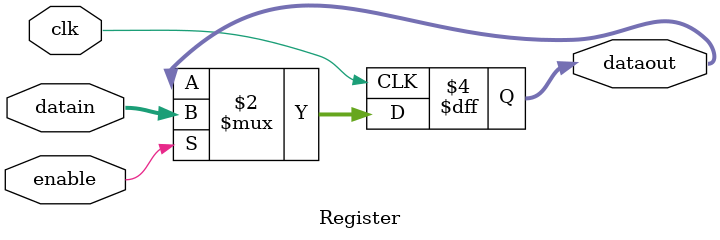
<source format=v>
module Register(input clk, input enable, input [23:0] datain, output reg [23:0] dataout);
	always @ (posedge clk) begin
		if(enable)
			dataout <= datain;
	end
endmodule

</source>
